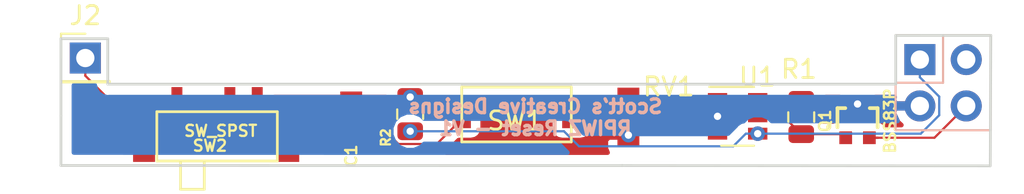
<source format=kicad_pcb>
(kicad_pcb (version 20171130) (host pcbnew "(5.0.1)-rc2")

  (general
    (thickness 1.6)
    (drawings 11)
    (tracks 78)
    (zones 0)
    (modules 10)
    (nets 8)
  )

  (page A4)
  (layers
    (0 F.Cu signal)
    (31 B.Cu signal)
    (32 B.Adhes user)
    (33 F.Adhes user)
    (34 B.Paste user)
    (35 F.Paste user)
    (36 B.SilkS user)
    (37 F.SilkS user)
    (38 B.Mask user)
    (39 F.Mask user)
    (40 Dwgs.User user)
    (41 Cmts.User user)
    (42 Eco1.User user)
    (43 Eco2.User user)
    (44 Edge.Cuts user)
    (45 Margin user)
    (46 B.CrtYd user)
    (47 F.CrtYd user)
    (48 B.Fab user)
    (49 F.Fab user)
  )

  (setup
    (last_trace_width 0.12)
    (trace_clearance 0.15)
    (zone_clearance 0.508)
    (zone_45_only no)
    (trace_min 0.1)
    (segment_width 0.2)
    (edge_width 0.15)
    (via_size 0.8)
    (via_drill 0.4)
    (via_min_size 0.4)
    (via_min_drill 0.3)
    (uvia_size 0.3)
    (uvia_drill 0.1)
    (uvias_allowed no)
    (uvia_min_size 0.2)
    (uvia_min_drill 0.1)
    (pcb_text_width 0.3)
    (pcb_text_size 1.5 1.5)
    (mod_edge_width 0.15)
    (mod_text_size 1 1)
    (mod_text_width 0.15)
    (pad_size 1.524 1.524)
    (pad_drill 0.762)
    (pad_to_mask_clearance 0.051)
    (solder_mask_min_width 0.25)
    (aux_axis_origin 0 0)
    (visible_elements 7FFFFFFF)
    (pcbplotparams
      (layerselection 0x010fc_ffffffff)
      (usegerberextensions false)
      (usegerberattributes false)
      (usegerberadvancedattributes false)
      (creategerberjobfile false)
      (excludeedgelayer true)
      (linewidth 0.100000)
      (plotframeref false)
      (viasonmask false)
      (mode 1)
      (useauxorigin false)
      (hpglpennumber 1)
      (hpglpenspeed 20)
      (hpglpendiameter 15.000000)
      (psnegative false)
      (psa4output false)
      (plotreference true)
      (plotvalue true)
      (plotinvisibletext false)
      (padsonsilk false)
      (subtractmaskfromsilk false)
      (outputformat 1)
      (mirror false)
      (drillshape 0)
      (scaleselection 1)
      (outputdirectory "Gerber/"))
  )

  (net 0 "")
  (net 1 GND)
  (net 2 +5V)
  (net 3 /GPIO26)
  (net 4 /RUN)
  (net 5 "Net-(RV1-Pad1)")
  (net 6 "Net-(J2-Pad1)")
  (net 7 "Net-(Q1-Pad1)")

  (net_class Default "This is the default net class."
    (clearance 0.15)
    (trace_width 0.12)
    (via_dia 0.8)
    (via_drill 0.4)
    (uvia_dia 0.3)
    (uvia_drill 0.1)
    (add_net +5V)
    (add_net /GPIO26)
    (add_net /RUN)
    (add_net GND)
    (add_net "Net-(J2-Pad1)")
    (add_net "Net-(Q1-Pad1)")
    (add_net "Net-(RV1-Pad1)")
  )

  (module Connector_PinHeader_2.54mm:PinHeader_2x02_P2.54mm_Vertical (layer B.Cu) (tedit 5BF4E187) (tstamp 5C11F43C)
    (at 144.78 63.5 270)
    (descr "Through hole straight pin header, 2x02, 2.54mm pitch, double rows")
    (tags "Through hole pin header THT 2x02 2.54mm double row")
    (path /5BF58F0D)
    (fp_text reference J1 (at 1.27 2.33 270) (layer B.SilkS) hide
      (effects (font (size 1 1) (thickness 0.15)) (justify mirror))
    )
    (fp_text value RPI_Conn (at 1.27 -4.87 270) (layer B.Fab)
      (effects (font (size 1 1) (thickness 0.15)) (justify mirror))
    )
    (fp_line (start 0 1.27) (end 3.81 1.27) (layer B.Fab) (width 0.1))
    (fp_line (start 3.81 1.27) (end 3.81 -3.81) (layer B.Fab) (width 0.1))
    (fp_line (start 3.81 -3.81) (end -1.27 -3.81) (layer B.Fab) (width 0.1))
    (fp_line (start -1.27 -3.81) (end -1.27 0) (layer B.Fab) (width 0.1))
    (fp_line (start -1.27 0) (end 0 1.27) (layer B.Fab) (width 0.1))
    (fp_line (start -1.33 -3.87) (end 3.87 -3.87) (layer B.SilkS) (width 0.12))
    (fp_line (start -1.33 -1.27) (end -1.33 -3.87) (layer B.SilkS) (width 0.12))
    (fp_line (start 3.87 1.33) (end 3.87 -3.87) (layer B.SilkS) (width 0.12))
    (fp_line (start -1.33 -1.27) (end 1.27 -1.27) (layer B.SilkS) (width 0.12))
    (fp_line (start 1.27 -1.27) (end 1.27 1.33) (layer B.SilkS) (width 0.12))
    (fp_line (start 1.27 1.33) (end 3.87 1.33) (layer B.SilkS) (width 0.12))
    (fp_line (start -1.33 0) (end -1.33 1.33) (layer B.SilkS) (width 0.12))
    (fp_line (start -1.33 1.33) (end 0 1.33) (layer B.SilkS) (width 0.12))
    (fp_line (start -1.8 1.8) (end -1.8 -4.35) (layer B.CrtYd) (width 0.05))
    (fp_line (start -1.8 -4.35) (end 4.35 -4.35) (layer B.CrtYd) (width 0.05))
    (fp_line (start 4.35 -4.35) (end 4.35 1.8) (layer B.CrtYd) (width 0.05))
    (fp_line (start 4.35 1.8) (end -1.8 1.8) (layer B.CrtYd) (width 0.05))
    (fp_text user %R (at 1.27 -1.27 180) (layer B.Fab)
      (effects (font (size 1 1) (thickness 0.15)) (justify mirror))
    )
    (pad 1 thru_hole rect (at 0 0 270) (size 1.7 1.7) (drill 1) (layers *.Cu *.Mask)
      (net 3 /GPIO26))
    (pad 2 thru_hole oval (at 2.54 0 270) (size 1.7 1.7) (drill 1) (layers *.Cu *.Mask)
      (net 1 GND))
    (pad 3 thru_hole oval (at 0 -2.54 270) (size 1.7 1.7) (drill 1) (layers *.Cu *.Mask)
      (net 1 GND))
    (pad 4 thru_hole oval (at 2.54 -2.54 270) (size 1.7 1.7) (drill 1) (layers *.Cu *.Mask)
      (net 4 /RUN))
    (model ${KISYS3DMOD}/Connector_PinHeader_2.54mm.3dshapes/PinHeader_2x02_P2.54mm_Vertical.wrl
      (at (xyz 0 0 0))
      (scale (xyz 1 1 1))
      (rotate (xyz 0 0 0))
    )
  )

  (module Capacitors:0805 (layer F.Cu) (tedit 5BF4E046) (tstamp 5BF4E0E0)
    (at 113.63452 66.548 270)
    (descr "GENERIC 2012 (0805) PACKAGE")
    (tags "GENERIC 2012 (0805) PACKAGE")
    (path /5BF4DE0C)
    (attr smd)
    (fp_text reference C1 (at 2.21234 0 270) (layer F.SilkS)
      (effects (font (size 0.6096 0.6096) (thickness 0.127)))
    )
    (fp_text value C_Small (at 0 1.27 270) (layer F.SilkS) hide
      (effects (font (size 0.6096 0.6096) (thickness 0.127)))
    )
    (fp_line (start -1.4986 0.79756) (end -1.4986 -0.79756) (layer F.CrtYd) (width 0.0508))
    (fp_line (start 1.4986 0.79756) (end -1.4986 0.79756) (layer F.CrtYd) (width 0.0508))
    (fp_line (start 1.4986 -0.79756) (end 1.4986 0.79756) (layer F.CrtYd) (width 0.0508))
    (fp_line (start -1.4986 -0.79756) (end 1.4986 -0.79756) (layer F.CrtYd) (width 0.0508))
    (pad 2 smd rect (at 0.89916 0 270) (size 0.79756 1.19888) (layers F.Cu F.Paste F.Mask)
      (net 2 +5V) (solder_mask_margin 0.1016))
    (pad 1 smd rect (at -0.89916 0 270) (size 0.79756 1.19888) (layers F.Cu F.Paste F.Mask)
      (net 1 GND) (solder_mask_margin 0.1016))
  )

  (module Resistor_SMD:R_0805_2012Metric (layer F.Cu) (tedit 5B36C52B) (tstamp 5BF4E13F)
    (at 138.28268 66.64682 90)
    (descr "Resistor SMD 0805 (2012 Metric), square (rectangular) end terminal, IPC_7351 nominal, (Body size source: https://docs.google.com/spreadsheets/d/1BsfQQcO9C6DZCsRaXUlFlo91Tg2WpOkGARC1WS5S8t0/edit?usp=sharing), generated with kicad-footprint-generator")
    (tags resistor)
    (path /5BF4DBBF)
    (attr smd)
    (fp_text reference R1 (at 2.6185 -0.127 180) (layer F.SilkS)
      (effects (font (size 1 1) (thickness 0.15)))
    )
    (fp_text value R (at 0 1.65 90) (layer F.Fab)
      (effects (font (size 1 1) (thickness 0.15)))
    )
    (fp_text user %R (at 0 0 90) (layer F.Fab)
      (effects (font (size 0.5 0.5) (thickness 0.08)))
    )
    (fp_line (start 1.68 0.95) (end -1.68 0.95) (layer F.CrtYd) (width 0.05))
    (fp_line (start 1.68 -0.95) (end 1.68 0.95) (layer F.CrtYd) (width 0.05))
    (fp_line (start -1.68 -0.95) (end 1.68 -0.95) (layer F.CrtYd) (width 0.05))
    (fp_line (start -1.68 0.95) (end -1.68 -0.95) (layer F.CrtYd) (width 0.05))
    (fp_line (start -0.258578 0.71) (end 0.258578 0.71) (layer F.SilkS) (width 0.12))
    (fp_line (start -0.258578 -0.71) (end 0.258578 -0.71) (layer F.SilkS) (width 0.12))
    (fp_line (start 1 0.6) (end -1 0.6) (layer F.Fab) (width 0.1))
    (fp_line (start 1 -0.6) (end 1 0.6) (layer F.Fab) (width 0.1))
    (fp_line (start -1 -0.6) (end 1 -0.6) (layer F.Fab) (width 0.1))
    (fp_line (start -1 0.6) (end -1 -0.6) (layer F.Fab) (width 0.1))
    (pad 2 smd roundrect (at 0.9375 0 90) (size 0.975 1.4) (layers F.Cu F.Paste F.Mask) (roundrect_rratio 0.25)
      (net 2 +5V))
    (pad 1 smd roundrect (at -0.9375 0 90) (size 0.975 1.4) (layers F.Cu F.Paste F.Mask) (roundrect_rratio 0.25)
      (net 7 "Net-(Q1-Pad1)"))
    (model ${KISYS3DMOD}/Resistor_SMD.3dshapes/R_0805_2012Metric.wrl
      (at (xyz 0 0 0))
      (scale (xyz 1 1 1))
      (rotate (xyz 0 0 0))
    )
  )

  (module Resistor_SMD:R_0805_2012Metric (layer F.Cu) (tedit 5BF4E19A) (tstamp 5BF4E150)
    (at 116.8654 66.48934 270)
    (descr "Resistor SMD 0805 (2012 Metric), square (rectangular) end terminal, IPC_7351 nominal, (Body size source: https://docs.google.com/spreadsheets/d/1BsfQQcO9C6DZCsRaXUlFlo91Tg2WpOkGARC1WS5S8t0/edit?usp=sharing), generated with kicad-footprint-generator")
    (tags resistor)
    (path /5BF4E00B)
    (attr smd)
    (fp_text reference R2 (at 1.285 1.3335 270) (layer F.SilkS)
      (effects (font (size 0.5 0.5) (thickness 0.125)))
    )
    (fp_text value R (at 0 1.65 270) (layer F.Fab)
      (effects (font (size 1 1) (thickness 0.15)))
    )
    (fp_text user %R (at 0 0 270) (layer F.Fab)
      (effects (font (size 0.5 0.5) (thickness 0.08)))
    )
    (fp_line (start 1.68 0.95) (end -1.68 0.95) (layer F.CrtYd) (width 0.05))
    (fp_line (start 1.68 -0.95) (end 1.68 0.95) (layer F.CrtYd) (width 0.05))
    (fp_line (start -1.68 -0.95) (end 1.68 -0.95) (layer F.CrtYd) (width 0.05))
    (fp_line (start -1.68 0.95) (end -1.68 -0.95) (layer F.CrtYd) (width 0.05))
    (fp_line (start -0.258578 0.71) (end 0.258578 0.71) (layer F.SilkS) (width 0.12))
    (fp_line (start -0.258578 -0.71) (end 0.258578 -0.71) (layer F.SilkS) (width 0.12))
    (fp_line (start 1 0.6) (end -1 0.6) (layer F.Fab) (width 0.1))
    (fp_line (start 1 -0.6) (end 1 0.6) (layer F.Fab) (width 0.1))
    (fp_line (start -1 -0.6) (end 1 -0.6) (layer F.Fab) (width 0.1))
    (fp_line (start -1 0.6) (end -1 -0.6) (layer F.Fab) (width 0.1))
    (pad 2 smd roundrect (at 0.9375 0 270) (size 0.975 1.4) (layers F.Cu F.Paste F.Mask) (roundrect_rratio 0.25)
      (net 3 /GPIO26))
    (pad 1 smd roundrect (at -0.9375 0 270) (size 0.975 1.4) (layers F.Cu F.Paste F.Mask) (roundrect_rratio 0.25)
      (net 1 GND))
    (model ${KISYS3DMOD}/Resistor_SMD.3dshapes/R_0805_2012Metric.wrl
      (at (xyz 0 0 0))
      (scale (xyz 1 1 1))
      (rotate (xyz 0 0 0))
    )
  )

  (module CustomFP:Bourns_TC33X-2 (layer F.Cu) (tedit 5BF4D77A) (tstamp 5BF50EE8)
    (at 131.2164 66.63944 270)
    (path /5BF4D368)
    (fp_text reference RV1 (at -1.651 0.1905) (layer F.SilkS)
      (effects (font (size 1 1) (thickness 0.15)))
    )
    (fp_text value R_POT (at 0 -4.8 270) (layer F.Fab)
      (effects (font (size 1 1) (thickness 0.15)))
    )
    (pad 3 smd rect (at -1 2.4 270) (size 1.2 1.2) (layers F.Cu F.Paste F.Mask))
    (pad 2 smd rect (at 1 2.4 270) (size 1.2 1.2) (layers F.Cu F.Paste F.Mask)
      (net 1 GND))
    (pad 1 smd rect (at 0 0 270) (size 1.6 1.5) (layers F.Cu F.Paste F.Mask)
      (net 5 "Net-(RV1-Pad1)"))
  )

  (module EbayParts:Tact_SMD_Switch (layer F.Cu) (tedit 5BB9AD08) (tstamp 5C1127F2)
    (at 125.68936 65.00876 180)
    (path /5BF4F7ED)
    (fp_text reference SW1 (at 3.0734 -1.84404 180) (layer F.SilkS)
      (effects (font (size 1 1) (thickness 0.15)))
    )
    (fp_text value SW_Push (at 3 -5 180) (layer F.Fab)
      (effects (font (size 1 1) (thickness 0.15)))
    )
    (fp_line (start 0 -3) (end 0 0) (layer F.SilkS) (width 0.15))
    (fp_line (start 6 -3) (end 0 -3) (layer F.SilkS) (width 0.15))
    (fp_line (start 6 0) (end 6 -3) (layer F.SilkS) (width 0.15))
    (fp_line (start 0 0) (end 6 0) (layer F.SilkS) (width 0.15))
    (pad 1 smd rect (at 0 -1.5 180) (size 1 1.5) (layers F.Cu F.Paste F.Mask)
      (net 5 "Net-(RV1-Pad1)"))
    (pad 2 smd rect (at 6 -1.5 180) (size 1 1.5) (layers F.Cu F.Paste F.Mask)
      (net 2 +5V))
  )

  (module Package_TO_SOT_SMD:SOT-23-6 (layer F.Cu) (tedit 5A02FF57) (tstamp 5BF4E177)
    (at 134.7978 66.60896)
    (descr "6-pin SOT-23 package")
    (tags SOT-23-6)
    (path /5BF60E19)
    (attr smd)
    (fp_text reference U1 (at 1.0795 -2.159 180) (layer F.SilkS)
      (effects (font (size 1 1) (thickness 0.15)))
    )
    (fp_text value TPL5111 (at 0 2.9) (layer F.Fab)
      (effects (font (size 1 1) (thickness 0.15)))
    )
    (fp_line (start 0.9 -1.55) (end 0.9 1.55) (layer F.Fab) (width 0.1))
    (fp_line (start 0.9 1.55) (end -0.9 1.55) (layer F.Fab) (width 0.1))
    (fp_line (start -0.9 -0.9) (end -0.9 1.55) (layer F.Fab) (width 0.1))
    (fp_line (start 0.9 -1.55) (end -0.25 -1.55) (layer F.Fab) (width 0.1))
    (fp_line (start -0.9 -0.9) (end -0.25 -1.55) (layer F.Fab) (width 0.1))
    (fp_line (start -1.9 -1.8) (end -1.9 1.8) (layer F.CrtYd) (width 0.05))
    (fp_line (start -1.9 1.8) (end 1.9 1.8) (layer F.CrtYd) (width 0.05))
    (fp_line (start 1.9 1.8) (end 1.9 -1.8) (layer F.CrtYd) (width 0.05))
    (fp_line (start 1.9 -1.8) (end -1.9 -1.8) (layer F.CrtYd) (width 0.05))
    (fp_line (start 0.9 -1.61) (end -1.55 -1.61) (layer F.SilkS) (width 0.12))
    (fp_line (start -0.9 1.61) (end 0.9 1.61) (layer F.SilkS) (width 0.12))
    (fp_text user %R (at 0 0 90) (layer F.Fab)
      (effects (font (size 0.5 0.5) (thickness 0.075)))
    )
    (pad 5 smd rect (at 1.1 0) (size 1.06 0.65) (layers F.Cu F.Paste F.Mask)
      (net 7 "Net-(Q1-Pad1)"))
    (pad 6 smd rect (at 1.1 -0.95) (size 1.06 0.65) (layers F.Cu F.Paste F.Mask)
      (net 2 +5V))
    (pad 4 smd rect (at 1.1 0.95) (size 1.06 0.65) (layers F.Cu F.Paste F.Mask)
      (net 3 /GPIO26))
    (pad 3 smd rect (at -1.1 0.95) (size 1.06 0.65) (layers F.Cu F.Paste F.Mask)
      (net 5 "Net-(RV1-Pad1)"))
    (pad 2 smd rect (at -1.1 0) (size 1.06 0.65) (layers F.Cu F.Paste F.Mask)
      (net 1 GND))
    (pad 1 smd rect (at -1.1 -0.95) (size 1.06 0.65) (layers F.Cu F.Paste F.Mask)
      (net 2 +5V))
    (model ${KISYS3DMOD}/Package_TO_SOT_SMD.3dshapes/SOT-23-6.wrl
      (at (xyz 0 0 0))
      (scale (xyz 1 1 1))
      (rotate (xyz 0 0 0))
    )
  )

  (module Connector_PinHeader_2.54mm:PinHeader_1x01_P2.54mm_Vertical (layer F.Cu) (tedit 59FED5CC) (tstamp 5C11F785)
    (at 99.0727 63.41618)
    (descr "Through hole straight pin header, 1x01, 2.54mm pitch, single row")
    (tags "Through hole pin header THT 1x01 2.54mm single row")
    (path /5BF4DFAA)
    (fp_text reference J2 (at 0 -2.33) (layer F.SilkS)
      (effects (font (size 1 1) (thickness 0.15)))
    )
    (fp_text value Conn_01x01 (at 0 2.33) (layer F.Fab)
      (effects (font (size 1 1) (thickness 0.15)))
    )
    (fp_line (start -0.635 -1.27) (end 1.27 -1.27) (layer F.Fab) (width 0.1))
    (fp_line (start 1.27 -1.27) (end 1.27 1.27) (layer F.Fab) (width 0.1))
    (fp_line (start 1.27 1.27) (end -1.27 1.27) (layer F.Fab) (width 0.1))
    (fp_line (start -1.27 1.27) (end -1.27 -0.635) (layer F.Fab) (width 0.1))
    (fp_line (start -1.27 -0.635) (end -0.635 -1.27) (layer F.Fab) (width 0.1))
    (fp_line (start -1.33 1.33) (end 1.33 1.33) (layer F.SilkS) (width 0.12))
    (fp_line (start -1.33 1.27) (end -1.33 1.33) (layer F.SilkS) (width 0.12))
    (fp_line (start 1.33 1.27) (end 1.33 1.33) (layer F.SilkS) (width 0.12))
    (fp_line (start -1.33 1.27) (end 1.33 1.27) (layer F.SilkS) (width 0.12))
    (fp_line (start -1.33 0) (end -1.33 -1.33) (layer F.SilkS) (width 0.12))
    (fp_line (start -1.33 -1.33) (end 0 -1.33) (layer F.SilkS) (width 0.12))
    (fp_line (start -1.8 -1.8) (end -1.8 1.8) (layer F.CrtYd) (width 0.05))
    (fp_line (start -1.8 1.8) (end 1.8 1.8) (layer F.CrtYd) (width 0.05))
    (fp_line (start 1.8 1.8) (end 1.8 -1.8) (layer F.CrtYd) (width 0.05))
    (fp_line (start 1.8 -1.8) (end -1.8 -1.8) (layer F.CrtYd) (width 0.05))
    (fp_text user %R (at 0 0 90) (layer F.Fab)
      (effects (font (size 1 1) (thickness 0.15)))
    )
    (pad 1 thru_hole rect (at 0 0) (size 1.7 1.7) (drill 1) (layers *.Cu *.Mask)
      (net 6 "Net-(J2-Pad1)"))
    (model ${KISYS3DMOD}/Connector_PinHeader_2.54mm.3dshapes/PinHeader_1x01_P2.54mm_Vertical.wrl
      (at (xyz 0 0 0))
      (scale (xyz 1 1 1))
      (rotate (xyz 0 0 0))
    )
  )

  (module CustomFP:SWITCH_SPDT_PTH (layer F.Cu) (tedit 5A74BBA0) (tstamp 5C03483B)
    (at 106.28884 67.70624 90)
    (descr "SPDT PTH SLIDE SWITCH")
    (tags "SPDT PTH SLIDE SWITCH")
    (path /5BF4FC1D)
    (attr virtual)
    (fp_text reference SW2 (at -0.51308 -0.39116 180) (layer F.SilkS)
      (effects (font (size 0.6096 0.6096) (thickness 0.127)))
    )
    (fp_text value SW_SPST (at 0.3 0.2 180) (layer F.SilkS)
      (effects (font (size 0.6096 0.6096) (thickness 0.127)))
    )
    (fp_line (start -1.4 -0.7) (end -2.9 -0.7) (layer F.SilkS) (width 0.15))
    (fp_line (start -2.9 -0.7) (end -2.9 -2) (layer F.SilkS) (width 0.15))
    (fp_line (start -2.9 -2) (end -1.4 -2) (layer F.SilkS) (width 0.15))
    (fp_line (start 1.35 -3.3) (end -1.35 -3.3) (layer F.SilkS) (width 0.15))
    (fp_line (start 1.35 -3.3) (end 1.35 3.3) (layer F.SilkS) (width 0.15))
    (fp_line (start 1.35 3.3) (end -1.35 3.3) (layer F.SilkS) (width 0.15))
    (fp_line (start -1.35 -3.3) (end -1.35 3.3) (layer F.SilkS) (width 0.15))
    (pad "" smd rect (at 1.1 -4 180) (size 1.2 0.6) (layers F.Cu F.Paste F.Mask)
      (solder_mask_margin 0.1016))
    (pad "" smd rect (at -1.1 -4 180) (size 1.2 0.6) (layers F.Cu F.Paste F.Mask)
      (solder_mask_margin 0.1016))
    (pad "" smd rect (at 1.1 3.9 180) (size 1.2 0.6) (layers F.Cu F.Paste F.Mask)
      (solder_mask_margin 0.1016))
    (pad 3 smd rect (at 2.1 2.2 90) (size 1.2 0.6) (layers F.Cu F.Paste F.Mask)
      (solder_mask_margin 0.1016))
    (pad 2 smd rect (at 2.1 0.7 90) (size 1.2 0.6) (layers F.Cu F.Paste F.Mask)
      (net 2 +5V) (solder_mask_margin 0.1016))
    (pad "" smd rect (at -1.1 3.9 180) (size 1.2 0.6) (layers F.Cu F.Paste F.Mask)
      (solder_mask_margin 0.1016))
    (pad 1 smd rect (at 2.1 -2.2 90) (size 1.2 0.6) (layers F.Cu F.Paste F.Mask)
      (net 6 "Net-(J2-Pad1)") (solder_mask_margin 0.1016))
  )

  (module Silicon-Standard:SOT323 (layer F.Cu) (tedit 200000) (tstamp 5C1127A5)
    (at 141.36624 66.85788)
    (path /5BF5049E)
    (attr smd)
    (fp_text reference Q1 (at -1.778 0 90) (layer F.SilkS)
      (effects (font (size 0.6096 0.6096) (thickness 0.127)))
    )
    (fp_text value BSS83P (at 1.778 0 90) (layer F.SilkS)
      (effects (font (size 0.6096 0.6096) (thickness 0.127)))
    )
    (fp_line (start 1.12014 -0.6604) (end 1.12014 0.6604) (layer Dwgs.User) (width 0.1524))
    (fp_line (start 1.12014 0.6604) (end -1.12014 0.6604) (layer Dwgs.User) (width 0.1524))
    (fp_line (start -1.12014 0.6604) (end -1.12014 -0.6604) (layer Dwgs.User) (width 0.1524))
    (fp_line (start -1.12014 -0.6604) (end 1.12014 -0.6604) (layer Dwgs.User) (width 0.1524))
    (fp_line (start -0.67056 -0.6985) (end -1.09982 -0.6985) (layer F.SilkS) (width 0.2032))
    (fp_line (start -1.09982 -0.6985) (end -1.09982 0.35306) (layer F.SilkS) (width 0.2032))
    (fp_line (start 0.67056 -0.6985) (end 1.09982 -0.6985) (layer F.SilkS) (width 0.2032))
    (fp_line (start 1.09982 -0.6985) (end 1.09982 0.35306) (layer F.SilkS) (width 0.2032))
    (pad 1 smd rect (at -0.6477 0.92456) (size 0.6985 0.6985) (layers F.Cu F.Paste F.Mask)
      (net 7 "Net-(Q1-Pad1)") (solder_mask_margin 0.1016))
    (pad 2 smd rect (at 0.6477 0.92456) (size 0.6985 0.6985) (layers F.Cu F.Paste F.Mask)
      (net 4 /RUN) (solder_mask_margin 0.1016))
    (pad 3 smd rect (at 0 -0.92456) (size 0.6985 0.6985) (layers F.Cu F.Paste F.Mask)
      (net 1 GND) (solder_mask_margin 0.1016))
  )

  (gr_line (start 97.7392 66.57848) (end 97.7392 69.27596) (layer Edge.Cuts) (width 0.15))
  (gr_line (start 128.48336 69.30644) (end 97.72904 69.30136) (layer Edge.Cuts) (width 0.15))
  (gr_line (start 128.4732 69.30644) (end 148.63064 69.32168) (layer Edge.Cuts) (width 0.15))
  (gr_line (start 97.7392 62.357) (end 97.7392 66.5734) (layer Edge.Cuts) (width 0.15))
  (gr_line (start 100.3046 62.357) (end 97.7392 62.357) (layer Edge.Cuts) (width 0.15))
  (gr_line (start 100.3046 64.8462) (end 100.3046 62.3824) (layer Edge.Cuts) (width 0.15))
  (gr_line (start 143.4592 64.8462) (end 100.3046 64.8462) (layer Edge.Cuts) (width 0.15))
  (gr_line (start 148.6662 62.1792) (end 148.63572 69.3166) (layer Edge.Cuts) (width 0.15))
  (gr_line (start 143.4592 62.1792) (end 148.6662 62.1792) (layer Edge.Cuts) (width 0.15))
  (gr_line (start 143.4592 62.1792) (end 143.4592 64.8462) (layer Edge.Cuts) (width 0.15))
  (gr_text "Scott's Creative Designs\nRPIWZ Reset - V1" (at 123.71832 66.66992) (layer B.SilkS)
    (effects (font (size 0.75 0.75) (thickness 0.1875)) (justify mirror))
  )

  (segment (start 116.7684 65.64884) (end 116.8654 65.55184) (width 0.12) (layer F.Cu) (net 1) (status 30))
  (segment (start 117.6654 65.55184) (end 117.67096 65.5574) (width 0.12) (layer F.Cu) (net 1))
  (segment (start 116.8654 65.55184) (end 117.6654 65.55184) (width 0.12) (layer F.Cu) (net 1) (status 10))
  (via (at 133.6978 66.60896) (size 0.8) (drill 0.4) (layers F.Cu B.Cu) (net 1) (status 30))
  (via (at 128.8164 67.63944) (size 0.8) (drill 0.4) (layers F.Cu B.Cu) (net 1) (status 30))
  (via (at 116.8654 65.55184) (size 0.8) (drill 0.4) (layers F.Cu B.Cu) (net 1) (status 30))
  (segment (start 133.6978 67.05396) (end 133.6978 66.60896) (width 0.12) (layer B.Cu) (net 1))
  (segment (start 133.11232 67.63944) (end 133.6978 67.05396) (width 0.12) (layer B.Cu) (net 1))
  (segment (start 128.8164 67.63944) (end 133.11232 67.63944) (width 0.12) (layer B.Cu) (net 1))
  (segment (start 144.4802 65.7402) (end 144.78 66.04) (width 0.12) (layer B.Cu) (net 1) (status 30))
  (segment (start 128.8164 66.91944) (end 128.8164 67.63944) (width 0.12) (layer B.Cu) (net 1))
  (segment (start 127.4488 65.55184) (end 128.8164 66.91944) (width 0.12) (layer B.Cu) (net 1))
  (segment (start 116.8654 65.55184) (end 127.4488 65.55184) (width 0.12) (layer B.Cu) (net 1))
  (segment (start 144.67332 65.93332) (end 144.78 66.04) (width 0.12) (layer F.Cu) (net 1))
  (segment (start 141.36624 65.93332) (end 144.67332 65.93332) (width 0.12) (layer F.Cu) (net 1))
  (via (at 141.36624 65.93332) (size 0.8) (drill 0.4) (layers F.Cu B.Cu) (net 1))
  (segment (start 143.577919 66.04) (end 144.78 66.04) (width 0.12) (layer B.Cu) (net 1))
  (segment (start 141.25956 66.04) (end 143.577919 66.04) (width 0.12) (layer B.Cu) (net 1))
  (segment (start 140.6906 66.60896) (end 141.25956 66.04) (width 0.12) (layer B.Cu) (net 1))
  (segment (start 133.6978 66.60896) (end 140.6906 66.60896) (width 0.12) (layer B.Cu) (net 1))
  (segment (start 119.68936 66.75876) (end 119.68936 66.50876) (width 0.12) (layer F.Cu) (net 2) (status 30))
  (segment (start 118.32377 68.12435) (end 119.68936 66.75876) (width 0.12) (layer F.Cu) (net 2) (status 20))
  (segment (start 116.221194 68.12435) (end 118.32377 68.12435) (width 0.12) (layer F.Cu) (net 2))
  (segment (start 115.544004 67.44716) (end 116.221194 68.12435) (width 0.12) (layer F.Cu) (net 2))
  (segment (start 113.63452 67.44716) (end 115.544004 67.44716) (width 0.12) (layer F.Cu) (net 2) (status 10))
  (segment (start 134.3478 65.65896) (end 135.8978 65.65896) (width 0.12) (layer F.Cu) (net 2) (status 20))
  (segment (start 133.6978 65.65896) (end 134.3478 65.65896) (width 0.12) (layer F.Cu) (net 2) (status 10))
  (segment (start 135.94816 65.70932) (end 135.8978 65.65896) (width 0.12) (layer F.Cu) (net 2) (status 30))
  (segment (start 138.28268 65.70932) (end 135.94816 65.70932) (width 0.12) (layer F.Cu) (net 2) (status 30))
  (segment (start 126.381759 65.548759) (end 119.718841 65.548759) (width 0.12) (layer F.Cu) (net 2))
  (segment (start 127.282441 66.449441) (end 126.381759 65.548759) (width 0.12) (layer F.Cu) (net 2))
  (segment (start 129.584401 66.449441) (end 127.282441 66.449441) (width 0.12) (layer F.Cu) (net 2))
  (segment (start 129.626401 66.407441) (end 129.584401 66.449441) (width 0.12) (layer F.Cu) (net 2))
  (segment (start 129.626401 65.994239) (end 129.626401 66.407441) (width 0.12) (layer F.Cu) (net 2))
  (segment (start 133.6978 65.65896) (end 133.0478 65.65896) (width 0.12) (layer F.Cu) (net 2) (status 10))
  (segment (start 132.90044 65.80632) (end 132.311282 65.80632) (width 0.12) (layer F.Cu) (net 2))
  (segment (start 132.311282 65.80632) (end 132.134401 65.629439) (width 0.12) (layer F.Cu) (net 2))
  (segment (start 133.0478 65.65896) (end 132.90044 65.80632) (width 0.12) (layer F.Cu) (net 2))
  (segment (start 132.134401 65.629439) (end 129.991201 65.629439) (width 0.12) (layer F.Cu) (net 2))
  (segment (start 129.991201 65.629439) (end 129.626401 65.994239) (width 0.12) (layer F.Cu) (net 2))
  (segment (start 119.68936 65.57824) (end 119.68936 66.50876) (width 0.12) (layer F.Cu) (net 2) (status 20))
  (segment (start 119.718841 65.548759) (end 119.68936 65.57824) (width 0.12) (layer F.Cu) (net 2))
  (segment (start 112.91508 67.44716) (end 113.63452 67.44716) (width 0.12) (layer F.Cu) (net 2))
  (segment (start 108.52976 67.44716) (end 112.91508 67.44716) (width 0.12) (layer F.Cu) (net 2))
  (segment (start 106.98884 65.90624) (end 108.52976 67.44716) (width 0.12) (layer F.Cu) (net 2))
  (segment (start 106.98884 65.60624) (end 106.98884 65.90624) (width 0.12) (layer F.Cu) (net 2))
  (via (at 116.8654 67.42684) (size 0.8) (drill 0.4) (layers F.Cu B.Cu) (net 3) (status 30))
  (via (at 135.8978 67.55896) (size 0.8) (drill 0.4) (layers F.Cu B.Cu) (net 3) (status 30))
  (segment (start 135.2478 67.55896) (end 135.8978 67.55896) (width 0.12) (layer B.Cu) (net 3))
  (segment (start 134.557319 68.249441) (end 135.2478 67.55896) (width 0.12) (layer B.Cu) (net 3))
  (segment (start 126.110641 68.249441) (end 134.557319 68.249441) (width 0.12) (layer B.Cu) (net 3))
  (segment (start 125.28804 67.42684) (end 126.110641 68.249441) (width 0.12) (layer B.Cu) (net 3))
  (segment (start 116.8654 67.42684) (end 125.28804 67.42684) (width 0.12) (layer B.Cu) (net 3))
  (segment (start 144.78 64.47) (end 144.78 63.5) (width 0.12) (layer B.Cu) (net 3) (status 20))
  (segment (start 145.840001 65.530001) (end 144.78 64.47) (width 0.12) (layer B.Cu) (net 3))
  (segment (start 145.840001 66.548801) (end 145.840001 65.530001) (width 0.12) (layer B.Cu) (net 3))
  (segment (start 144.829842 67.55896) (end 145.840001 66.548801) (width 0.12) (layer B.Cu) (net 3))
  (segment (start 135.8978 67.55896) (end 144.829842 67.55896) (width 0.12) (layer B.Cu) (net 3))
  (segment (start 142.01394 67.78244) (end 142.48319 67.78244) (width 0.12) (layer F.Cu) (net 4))
  (segment (start 145.57756 67.78244) (end 147.32 66.04) (width 0.12) (layer F.Cu) (net 4))
  (segment (start 142.01394 67.78244) (end 145.57756 67.78244) (width 0.12) (layer F.Cu) (net 4))
  (segment (start 137.30732 66.60896) (end 138.28268 67.58432) (width 0.12) (layer F.Cu) (net 7) (status 20))
  (segment (start 135.8978 66.60896) (end 137.30732 66.60896) (width 0.12) (layer F.Cu) (net 7) (status 10))
  (segment (start 133.0478 67.55896) (end 133.6978 67.55896) (width 0.12) (layer F.Cu) (net 5) (status 20))
  (segment (start 133.00592 67.55896) (end 133.0478 67.55896) (width 0.12) (layer F.Cu) (net 5))
  (segment (start 132.0864 66.63944) (end 133.00592 67.55896) (width 0.12) (layer F.Cu) (net 5))
  (segment (start 131.2164 66.63944) (end 132.0864 66.63944) (width 0.12) (layer F.Cu) (net 5) (status 10))
  (segment (start 126.95991 66.50876) (end 127.19219 66.74104) (width 0.12) (layer F.Cu) (net 5))
  (segment (start 125.68936 66.50876) (end 126.95991 66.50876) (width 0.12) (layer F.Cu) (net 5) (status 10))
  (segment (start 130.3464 66.63944) (end 131.2164 66.63944) (width 0.12) (layer F.Cu) (net 5) (status 20))
  (segment (start 130.2448 66.74104) (end 130.3464 66.63944) (width 0.12) (layer F.Cu) (net 5))
  (segment (start 127.19219 66.74104) (end 130.2448 66.74104) (width 0.12) (layer F.Cu) (net 5))
  (segment (start 103.66884 65.60624) (end 104.08884 65.60624) (width 0.12) (layer F.Cu) (net 6))
  (segment (start 100.29276 65.60624) (end 103.66884 65.60624) (width 0.12) (layer F.Cu) (net 6))
  (segment (start 99.0727 64.38618) (end 100.29276 65.60624) (width 0.12) (layer F.Cu) (net 6))
  (segment (start 99.0727 63.41618) (end 99.0727 64.38618) (width 0.12) (layer F.Cu) (net 6))
  (segment (start 140.52042 67.58432) (end 140.71854 67.78244) (width 0.12) (layer F.Cu) (net 7))
  (segment (start 138.28268 67.58432) (end 140.52042 67.58432) (width 0.12) (layer F.Cu) (net 7))

  (zone (net 1) (net_name GND) (layer B.Cu) (tstamp 0) (hatch edge 0.508)
    (connect_pads (clearance 0.508))
    (min_thickness 0.254)
    (fill yes (arc_segments 16) (thermal_gap 0.508) (thermal_bridge_width 0.508))
    (polygon
      (pts
        (xy 143.44396 64.80556) (xy 143.50492 62.24016) (xy 148.6408 62.1792) (xy 148.47824 69.33184) (xy 97.66808 69.28104)
        (xy 97.82048 62.42812) (xy 100.24872 62.4332) (xy 100.25888 64.90716) (xy 143.44904 64.91732) (xy 143.44904 64.80048)
      )
    )
    (filled_polygon
      (pts
        (xy 99.635795 65.123228) (xy 99.792719 65.358081) (xy 100.027572 65.515005) (xy 100.3046 65.570109) (xy 100.374525 65.5562)
        (xy 143.389275 65.5562) (xy 143.397358 65.557808) (xy 143.338514 65.683108) (xy 143.459181 65.913) (xy 144.653 65.913)
        (xy 144.653 65.893) (xy 144.907 65.893) (xy 144.907 65.913) (xy 144.927 65.913) (xy 144.927 66.167)
        (xy 144.907 66.167) (xy 144.907 66.187) (xy 144.653 66.187) (xy 144.653 66.167) (xy 143.459181 66.167)
        (xy 143.338514 66.396892) (xy 143.557861 66.86396) (xy 136.666511 66.86396) (xy 136.48408 66.681529) (xy 136.103674 66.52396)
        (xy 135.691926 66.52396) (xy 135.31152 66.681529) (xy 135.116608 66.876441) (xy 135.02488 66.894687) (xy 134.976624 66.904285)
        (xy 134.80476 67.019122) (xy 134.746734 67.057894) (xy 134.707962 67.11592) (xy 134.269442 67.554441) (xy 126.398519 67.554441)
        (xy 125.827879 66.983802) (xy 125.789106 66.925774) (xy 125.559215 66.772165) (xy 125.356487 66.73184) (xy 125.356482 66.73184)
        (xy 125.28804 66.718226) (xy 125.219598 66.73184) (xy 117.634111 66.73184) (xy 117.45168 66.549409) (xy 117.071274 66.39184)
        (xy 116.659526 66.39184) (xy 116.27912 66.549409) (xy 115.987969 66.84056) (xy 115.8304 67.220966) (xy 115.8304 67.632714)
        (xy 115.987969 68.01312) (xy 116.27912 68.304271) (xy 116.659526 68.46184) (xy 117.071274 68.46184) (xy 117.45168 68.304271)
        (xy 117.634111 68.12184) (xy 125.000162 68.12184) (xy 125.474265 68.595943) (xy 98.4492 68.591479) (xy 98.4492 64.91362)
        (xy 99.594102 64.91362)
      )
    )
    (filled_polygon
      (pts
        (xy 147.447 63.373) (xy 147.467 63.373) (xy 147.467 63.627) (xy 147.447 63.627) (xy 147.447 63.647)
        (xy 147.193 63.647) (xy 147.193 63.627) (xy 147.173 63.627) (xy 147.173 63.373) (xy 147.193 63.373)
        (xy 147.193 63.353) (xy 147.447 63.353)
      )
    )
  )
  (zone (net 1) (net_name GND) (layer F.Cu) (tstamp 5C120671) (hatch edge 0.508)
    (connect_pads (clearance 0.508))
    (min_thickness 0.254)
    (fill yes (arc_segments 16) (thermal_gap 0.508) (thermal_bridge_width 0.508))
    (polygon
      (pts
        (xy 143.44396 64.80556) (xy 143.50492 62.24016) (xy 148.6408 62.1792) (xy 148.37156 69.28104) (xy 97.5614 69.23024)
        (xy 97.82048 62.42812) (xy 100.24872 62.4332) (xy 100.25888 64.90716) (xy 143.44904 64.91732) (xy 143.44904 64.80048)
      )
    )
    (filled_polygon
      (pts
        (xy 124.54192 67.25876) (xy 124.591203 67.506525) (xy 124.731551 67.716569) (xy 124.941595 67.856917) (xy 125.18936 67.9062)
        (xy 126.18936 67.9062) (xy 126.437125 67.856917) (xy 126.647169 67.716569) (xy 126.787517 67.506525) (xy 126.822634 67.329979)
        (xy 126.921015 67.395715) (xy 127.123743 67.43604) (xy 127.123746 67.43604) (xy 127.19219 67.449654) (xy 127.260634 67.43604)
        (xy 127.66375 67.43604) (xy 127.74015 67.51244) (xy 128.6894 67.51244) (xy 128.6894 67.49244) (xy 128.9434 67.49244)
        (xy 128.9434 67.51244) (xy 128.9634 67.51244) (xy 128.9634 67.76644) (xy 128.9434 67.76644) (xy 128.9434 67.78644)
        (xy 128.6894 67.78644) (xy 128.6894 67.76644) (xy 127.74015 67.76644) (xy 127.5814 67.92519) (xy 127.5814 68.365749)
        (xy 127.6769 68.596307) (xy 118.845261 68.594848) (xy 118.86361 68.567387) (xy 119.524798 67.9062) (xy 120.18936 67.9062)
        (xy 120.437125 67.856917) (xy 120.647169 67.716569) (xy 120.787517 67.506525) (xy 120.8368 67.25876) (xy 120.8368 66.243759)
        (xy 124.54192 66.243759)
      )
    )
    (filled_polygon
      (pts
        (xy 140.38199 65.64757) (xy 140.54074 65.80632) (xy 141.23924 65.80632) (xy 141.23924 65.78632) (xy 141.49324 65.78632)
        (xy 141.49324 65.80632) (xy 142.19174 65.80632) (xy 142.35049 65.64757) (xy 142.35049 65.5562) (xy 143.389275 65.5562)
        (xy 143.397358 65.557808) (xy 143.338514 65.683108) (xy 143.459181 65.913) (xy 144.653 65.913) (xy 144.653 65.893)
        (xy 144.907 65.893) (xy 144.907 65.913) (xy 144.927 65.913) (xy 144.927 66.167) (xy 144.907 66.167)
        (xy 144.907 66.187) (xy 144.653 66.187) (xy 144.653 66.167) (xy 143.459181 66.167) (xy 143.338514 66.396892)
        (xy 143.584817 66.921358) (xy 143.767058 67.08744) (xy 142.895875 67.08744) (xy 142.820999 66.975381) (xy 142.610955 66.835033)
        (xy 142.36319 66.78575) (xy 142.110335 66.78575) (xy 142.253817 66.642269) (xy 142.35049 66.40888) (xy 142.35049 66.21907)
        (xy 142.19174 66.06032) (xy 141.49324 66.06032) (xy 141.49324 66.08032) (xy 141.23924 66.08032) (xy 141.23924 66.06032)
        (xy 140.54074 66.06032) (xy 140.38199 66.21907) (xy 140.38199 66.40888) (xy 140.478663 66.642269) (xy 140.622145 66.78575)
        (xy 140.36929 66.78575) (xy 140.121525 66.835033) (xy 140.040279 66.88932) (xy 139.488644 66.88932) (xy 139.369096 66.710404)
        (xy 139.273936 66.64682) (xy 139.369096 66.583236) (xy 139.562282 66.294114) (xy 139.63012 65.95307) (xy 139.63012 65.5562)
        (xy 140.38199 65.5562)
      )
    )
    (filled_polygon
      (pts
        (xy 115.5304 65.678842) (xy 115.689148 65.678842) (xy 115.5304 65.83759) (xy 115.5304 66.165649) (xy 115.627073 66.399038)
        (xy 115.780167 66.552133) (xy 115.778984 66.552924) (xy 115.641939 66.758026) (xy 115.612451 66.75216) (xy 115.612446 66.75216)
        (xy 115.544004 66.738546) (xy 115.475562 66.75216) (xy 114.79974 66.75216) (xy 114.691769 66.590571) (xy 114.630185 66.549421)
        (xy 114.772287 66.407318) (xy 114.86896 66.173929) (xy 114.86896 65.93459) (xy 114.71021 65.77584) (xy 113.76152 65.77584)
        (xy 113.76152 65.79584) (xy 113.50752 65.79584) (xy 113.50752 65.77584) (xy 112.55883 65.77584) (xy 112.40008 65.93459)
        (xy 112.40008 66.173929) (xy 112.496753 66.407318) (xy 112.638855 66.549421) (xy 112.577271 66.590571) (xy 112.4693 66.75216)
        (xy 111.43628 66.75216) (xy 111.43628 66.30624) (xy 111.386997 66.058475) (xy 111.246649 65.848431) (xy 111.036605 65.708083)
        (xy 110.78884 65.6588) (xy 109.58884 65.6588) (xy 109.43628 65.689146) (xy 109.43628 65.5562) (xy 115.5304 65.5562)
      )
    )
    (filled_polygon
      (pts
        (xy 117.0124 65.67884) (xy 116.9924 65.67884) (xy 116.9924 65.69884) (xy 116.7384 65.69884) (xy 116.7384 65.67884)
        (xy 116.7184 65.67884) (xy 116.7184 65.5562) (xy 117.0124 65.5562)
      )
    )
    (filled_polygon
      (pts
        (xy 147.447 63.373) (xy 147.467 63.373) (xy 147.467 63.627) (xy 147.447 63.627) (xy 147.447 63.647)
        (xy 147.193 63.647) (xy 147.193 63.627) (xy 147.173 63.627) (xy 147.173 63.373) (xy 147.193 63.373)
        (xy 147.193 63.353) (xy 147.447 63.353)
      )
    )
  )
)

</source>
